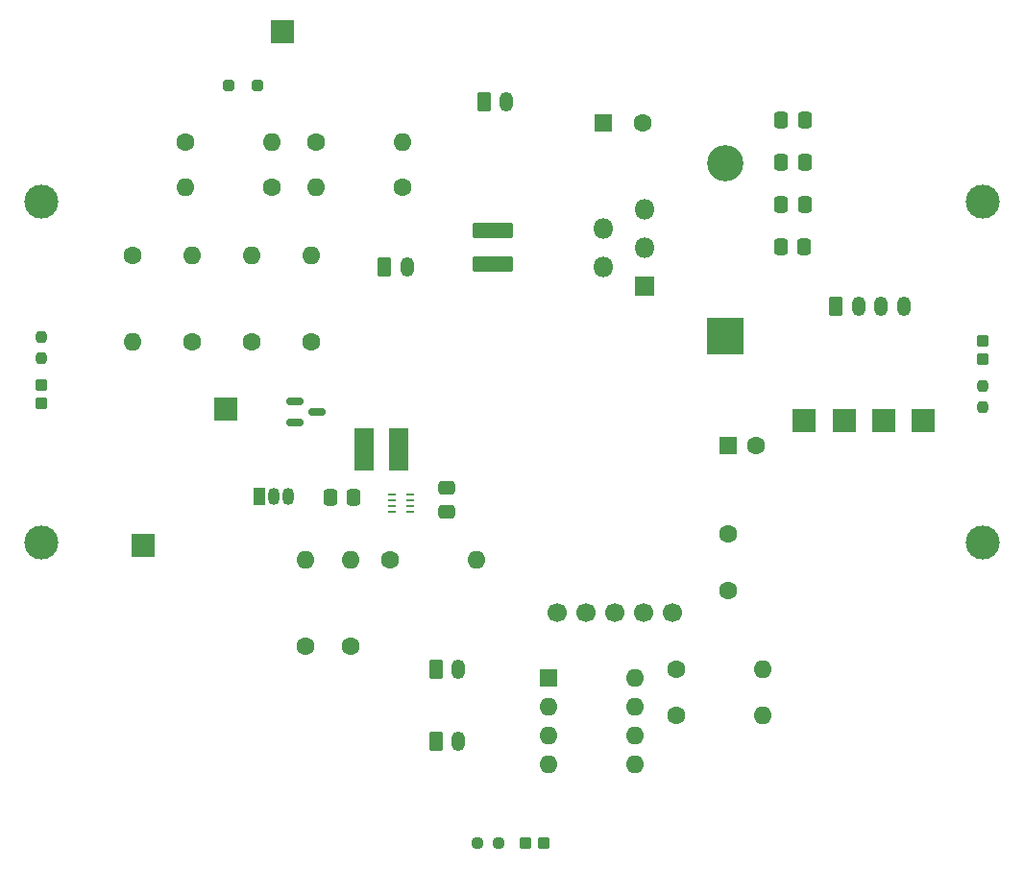
<source format=gbr>
%TF.GenerationSoftware,KiCad,Pcbnew,8.0.5*%
%TF.CreationDate,2025-04-28T01:24:50-04:00*%
%TF.ProjectId,CanSat_Power_Management_Board,43616e53-6174-45f5-906f-7765725f4d61,rev?*%
%TF.SameCoordinates,Original*%
%TF.FileFunction,Soldermask,Top*%
%TF.FilePolarity,Negative*%
%FSLAX46Y46*%
G04 Gerber Fmt 4.6, Leading zero omitted, Abs format (unit mm)*
G04 Created by KiCad (PCBNEW 8.0.5) date 2025-04-28 01:24:50*
%MOMM*%
%LPD*%
G01*
G04 APERTURE LIST*
G04 Aperture macros list*
%AMRoundRect*
0 Rectangle with rounded corners*
0 $1 Rounding radius*
0 $2 $3 $4 $5 $6 $7 $8 $9 X,Y pos of 4 corners*
0 Add a 4 corners polygon primitive as box body*
4,1,4,$2,$3,$4,$5,$6,$7,$8,$9,$2,$3,0*
0 Add four circle primitives for the rounded corners*
1,1,$1+$1,$2,$3*
1,1,$1+$1,$4,$5*
1,1,$1+$1,$6,$7*
1,1,$1+$1,$8,$9*
0 Add four rect primitives between the rounded corners*
20,1,$1+$1,$2,$3,$4,$5,0*
20,1,$1+$1,$4,$5,$6,$7,0*
20,1,$1+$1,$6,$7,$8,$9,0*
20,1,$1+$1,$8,$9,$2,$3,0*%
G04 Aperture macros list end*
%ADD10R,1.600000X1.600000*%
%ADD11C,1.600000*%
%ADD12RoundRect,0.102000X0.400000X-0.400000X0.400000X0.400000X-0.400000X0.400000X-0.400000X-0.400000X0*%
%ADD13R,2.000000X2.000000*%
%ADD14O,1.600000X1.600000*%
%ADD15RoundRect,0.102000X0.400000X0.400000X-0.400000X0.400000X-0.400000X-0.400000X0.400000X-0.400000X0*%
%ADD16RoundRect,0.250000X0.337500X0.475000X-0.337500X0.475000X-0.337500X-0.475000X0.337500X-0.475000X0*%
%ADD17R,3.200000X3.200000*%
%ADD18O,3.200000X3.200000*%
%ADD19RoundRect,0.237500X0.250000X0.237500X-0.250000X0.237500X-0.250000X-0.237500X0.250000X-0.237500X0*%
%ADD20RoundRect,0.250000X-0.475000X0.337500X-0.475000X-0.337500X0.475000X-0.337500X0.475000X0.337500X0*%
%ADD21RoundRect,0.237500X0.237500X-0.250000X0.237500X0.250000X-0.237500X0.250000X-0.237500X-0.250000X0*%
%ADD22RoundRect,0.250000X-0.350000X-0.625000X0.350000X-0.625000X0.350000X0.625000X-0.350000X0.625000X0*%
%ADD23O,1.200000X1.750000*%
%ADD24C,1.700000*%
%ADD25R,0.711200X0.228600*%
%ADD26R,1.050000X1.500000*%
%ADD27O,1.050000X1.500000*%
%ADD28R,1.800000X1.800000*%
%ADD29O,1.800000X1.800000*%
%ADD30RoundRect,0.102000X-0.400000X0.400000X-0.400000X-0.400000X0.400000X-0.400000X0.400000X0.400000X0*%
%ADD31RoundRect,0.237500X-0.237500X0.250000X-0.237500X-0.250000X0.237500X-0.250000X0.237500X0.250000X0*%
%ADD32RoundRect,0.102000X-0.750000X-1.800000X0.750000X-1.800000X0.750000X1.800000X-0.750000X1.800000X0*%
%ADD33RoundRect,0.150000X-0.587500X-0.150000X0.587500X-0.150000X0.587500X0.150000X-0.587500X0.150000X0*%
%ADD34RoundRect,0.102000X1.700000X-0.550000X1.700000X0.550000X-1.700000X0.550000X-1.700000X-0.550000X0*%
%ADD35RoundRect,0.250000X-0.250000X-0.250000X0.250000X-0.250000X0.250000X0.250000X-0.250000X0.250000X0*%
%ADD36C,3.000000*%
G04 APERTURE END LIST*
D10*
%TO.C,C9*%
X169000000Y-106500000D03*
D11*
X171500000Y-106500000D03*
%TD*%
D12*
%TO.C,D5*%
X108525000Y-102762500D03*
X108525000Y-101162500D03*
%TD*%
D13*
%TO.C,TP4*%
X186250000Y-104250000D03*
%TD*%
D11*
%TO.C,R9*%
X135750000Y-124157500D03*
D14*
X135750000Y-116537500D03*
%TD*%
D11*
%TO.C,R1*%
X116500000Y-89690000D03*
D14*
X116500000Y-97310000D03*
%TD*%
D10*
%TO.C,U3*%
X153200000Y-126950000D03*
D14*
X153200000Y-129490000D03*
X153200000Y-132030000D03*
X153200000Y-134570000D03*
X160820000Y-134570000D03*
X160820000Y-132030000D03*
X160820000Y-129490000D03*
X160820000Y-126950000D03*
%TD*%
D13*
%TO.C,TP5*%
X117500000Y-115250000D03*
%TD*%
D10*
%TO.C,Cout5*%
X158000000Y-78000000D03*
D11*
X161500000Y-78000000D03*
%TD*%
D15*
%TO.C,D3*%
X152762500Y-141495000D03*
X151162500Y-141495000D03*
%TD*%
D11*
%TO.C,R6*%
X121190000Y-79750000D03*
D14*
X128810000Y-79750000D03*
%TD*%
D16*
%TO.C,Cin4*%
X175787500Y-77750000D03*
X173712500Y-77750000D03*
%TD*%
D17*
%TO.C,D1*%
X168750000Y-96870000D03*
D18*
X168750000Y-81630000D03*
%TD*%
D19*
%TO.C,R14*%
X148750000Y-141500000D03*
X146925000Y-141500000D03*
%TD*%
D11*
%TO.C,C8*%
X169000000Y-119250000D03*
X169000000Y-114250000D03*
%TD*%
%TO.C,R11*%
X131750000Y-124157500D03*
D14*
X131750000Y-116537500D03*
%TD*%
D20*
%TO.C,C7*%
X144250000Y-110250000D03*
X144250000Y-112325000D03*
%TD*%
D11*
%TO.C,R5*%
X128810000Y-83750000D03*
D14*
X121190000Y-83750000D03*
%TD*%
D21*
%TO.C,R16*%
X108500000Y-98750000D03*
X108500000Y-96925000D03*
%TD*%
D13*
%TO.C,TP3*%
X175750000Y-104250000D03*
%TD*%
%TO.C,TP7*%
X182750000Y-104250000D03*
%TD*%
D11*
%TO.C,R8*%
X140310000Y-83750000D03*
D14*
X132690000Y-83750000D03*
%TD*%
D16*
%TO.C,Cin1*%
X175737500Y-89000000D03*
X173662500Y-89000000D03*
%TD*%
D22*
%TO.C,J5*%
X143250000Y-132550000D03*
D23*
X145250000Y-132550000D03*
%TD*%
D24*
%TO.C,BZ1*%
X153920000Y-121230000D03*
X156460000Y-121230000D03*
X159000000Y-121230000D03*
X161540000Y-121230000D03*
X164080000Y-121230000D03*
%TD*%
D25*
%TO.C,TPS610333DRLR_U2*%
X139401598Y-110787498D03*
X139401598Y-111287499D03*
X139401598Y-111787499D03*
X139401598Y-112287500D03*
X141000000Y-112287500D03*
X141000000Y-111787499D03*
X141000000Y-111287499D03*
X141000000Y-110787498D03*
%TD*%
D16*
%TO.C,Cin3*%
X175787500Y-81500000D03*
X173712500Y-81500000D03*
%TD*%
D22*
%TO.C,J3*%
X178500000Y-94200000D03*
D23*
X180500000Y-94200000D03*
X182500000Y-94200000D03*
X184500000Y-94200000D03*
%TD*%
D13*
%TO.C,TP6*%
X124750000Y-103250000D03*
%TD*%
D22*
%TO.C,J1*%
X147500000Y-76200000D03*
D23*
X149500000Y-76200000D03*
%TD*%
D26*
%TO.C,Q1*%
X127710000Y-111000000D03*
D27*
X128980000Y-111000000D03*
X130250000Y-111000000D03*
%TD*%
D28*
%TO.C,U1*%
X161700000Y-92450000D03*
D29*
X158000000Y-90750000D03*
X161700000Y-89050000D03*
X158000000Y-87350000D03*
X161700000Y-85650000D03*
%TD*%
D11*
%TO.C,R12*%
X164440000Y-126250000D03*
D14*
X172060000Y-126250000D03*
%TD*%
D30*
%TO.C,D4*%
X191485000Y-97237500D03*
X191485000Y-98837500D03*
%TD*%
D31*
%TO.C,R15*%
X191500000Y-101250000D03*
X191500000Y-103075000D03*
%TD*%
D32*
%TO.C,WE-LQS_4025_L2*%
X136975000Y-106787500D03*
X140025000Y-106787500D03*
%TD*%
D11*
%TO.C,R13*%
X164440000Y-130250000D03*
D14*
X172060000Y-130250000D03*
%TD*%
D11*
%TO.C,R3*%
X127000000Y-97310000D03*
D14*
X127000000Y-89690000D03*
%TD*%
D11*
%TO.C,R4*%
X132250000Y-97310000D03*
D14*
X132250000Y-89690000D03*
%TD*%
D16*
%TO.C,C6*%
X136037500Y-111037500D03*
X133962500Y-111037500D03*
%TD*%
D11*
%TO.C,R7*%
X132690000Y-79750000D03*
D14*
X140310000Y-79750000D03*
%TD*%
D33*
%TO.C,Q2*%
X130875000Y-102550000D03*
X130875000Y-104450000D03*
X132750000Y-103500000D03*
%TD*%
D11*
%TO.C,R2*%
X121750000Y-97310000D03*
D14*
X121750000Y-89690000D03*
%TD*%
D34*
%TO.C,ASPI-4030S-470M-T_L1*%
X148250000Y-90500000D03*
X148250000Y-87500000D03*
%TD*%
D35*
%TO.C,D2*%
X125000000Y-74750000D03*
X127500000Y-74750000D03*
%TD*%
D11*
%TO.C,R10*%
X139190000Y-116537500D03*
D14*
X146810000Y-116537500D03*
%TD*%
D16*
%TO.C,Cin2*%
X175787500Y-85250000D03*
X173712500Y-85250000D03*
%TD*%
D22*
%TO.C,J2*%
X138750000Y-90700000D03*
D23*
X140750000Y-90700000D03*
%TD*%
D22*
%TO.C,J4*%
X143250000Y-126250000D03*
D23*
X145250000Y-126250000D03*
%TD*%
D13*
%TO.C,TP2*%
X179250000Y-104250000D03*
%TD*%
%TO.C,TP1*%
X129750000Y-70000000D03*
%TD*%
D36*
%TO.C,REF\u002A\u002A*%
X191500000Y-85000000D03*
%TD*%
%TO.C,REF\u002A\u002A*%
X108500000Y-115000000D03*
%TD*%
%TO.C,REF\u002A\u002A*%
X108500000Y-85000000D03*
%TD*%
%TO.C,REF\u002A\u002A*%
X191500000Y-115000000D03*
%TD*%
M02*

</source>
